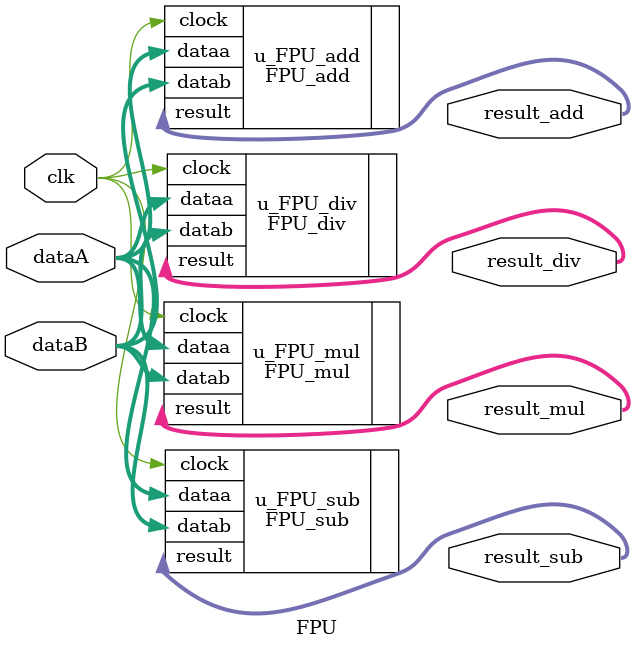
<source format=v>
module FPU(
		input clk,
		input [31:0] dataA,
		input [31:0] dataB,
		output[31:0] result_add,
		output[31:0] result_sub,
		output[31:0] result_mul,
		output[31:0] result_div		
	);


FPU_add u_FPU_add(
										.clock		(clk),
										.dataa		(dataA),
										.datab		(dataB),
										.result		(result_add)
);


FPU_sub u_FPU_sub(
										.clock		(clk),
										.dataa		(dataA),
										.datab		(dataB),
										.result		(result_sub)
);

	
FPU_mul u_FPU_mul(
										.clock		(clk),
										.dataa		(dataA),
										.datab		(dataB),
										.result		(result_mul)
);


FPU_div u_FPU_div(
										.clock		(clk),
										.dataa		(dataA),
										.datab		(dataB),
										.result		(result_div)
);


endmodule

</source>
